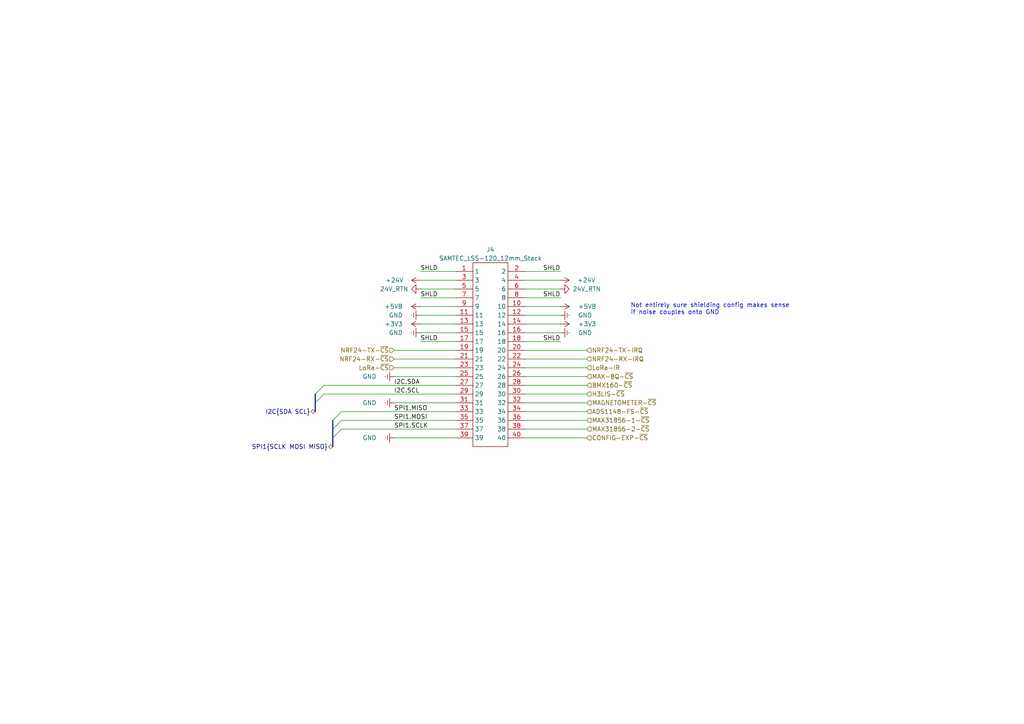
<source format=kicad_sch>
(kicad_sch (version 20230121) (generator eeschema)
  (paper "A4")
  (title_block (title "Stacking Connector") (date "2024-01-21") (rev "1.0.1"))
  (lib_symbols
    (symbol "Skyhawkson-Connectors:SAMTEC_LSS-120_12mm_Stack"
      (property "Reference" "J" (at 5.08 2.54 0))
      (property "Value" "SAMTEC_LSS-120_12mm_Stack" (at 5.08 -53.34 0))
      (symbol "SAMTEC_LSS-120_12mm_Stack_0_1"
        (rectangle (start 5.08 2.54) (end 15.24 -50.8) (stroke (width 0.1524)))
      )
      (symbol "SAMTEC_LSS-120_12mm_Stack_1_1"
        (pin passive line (at 0 0 0) (length 5.08) (name "1") (number "1"))
        (pin passive line (at 20.32 -10.16 180) (length 5.08) (name "10") (number "10"))
        (pin passive line (at 0 -12.7 0) (length 5.08) (name "11") (number "11"))
        (pin passive line (at 20.32 -12.7 180) (length 5.08) (name "12") (number "12"))
        (pin passive line (at 0 -15.24 0) (length 5.08) (name "13") (number "13"))
        (pin passive line (at 20.32 -15.24 180) (length 5.08) (name "14") (number "14"))
        (pin passive line (at 0 -17.78 0) (length 5.08) (name "15") (number "15"))
        (pin passive line (at 20.32 -17.78 180) (length 5.08) (name "16") (number "16"))
        (pin passive line (at 0 -20.32 0) (length 5.08) (name "17") (number "17"))
        (pin passive line (at 20.32 -20.32 180) (length 5.08) (name "18") (number "18"))
        (pin passive line (at 0 -22.86 0) (length 5.08) (name "19") (number "19"))
        (pin passive line (at 20.32 0 180) (length 5.08) (name "2") (number "2"))
        (pin passive line (at 20.32 -22.86 180) (length 5.08) (name "20") (number "20"))
        (pin passive line (at 0 -25.4 0) (length 5.08) (name "21") (number "21"))
        (pin passive line (at 20.32 -25.4 180) (length 5.08) (name "22") (number "22"))
        (pin passive line (at 0 -27.94 0) (length 5.08) (name "23") (number "23"))
        (pin passive line (at 20.32 -27.94 180) (length 5.08) (name "24") (number "24"))
        (pin passive line (at 0 -30.48 0) (length 5.08) (name "25") (number "25"))
        (pin passive line (at 20.32 -30.48 180) (length 5.08) (name "26") (number "26"))
        (pin passive line (at 0 -33.02 0) (length 5.08) (name "27") (number "27"))
        (pin passive line (at 20.32 -33.02 180) (length 5.08) (name "28") (number "28"))
        (pin passive line (at 0 -35.56 0) (length 5.08) (name "29") (number "29"))
        (pin passive line (at 0 -2.54 0) (length 5.08) (name "3") (number "3"))
        (pin passive line (at 20.32 -35.56 180) (length 5.08) (name "30") (number "30"))
        (pin passive line (at 0 -38.1 0) (length 5.08) (name "31") (number "31"))
        (pin passive line (at 20.32 -38.1 180) (length 5.08) (name "32") (number "32"))
        (pin passive line (at 0 -40.64 0) (length 5.08) (name "33") (number "33"))
        (pin passive line (at 20.32 -40.64 180) (length 5.08) (name "34") (number "34"))
        (pin passive line (at 0 -43.18 0) (length 5.08) (name "35") (number "35"))
        (pin passive line (at 20.32 -43.18 180) (length 5.08) (name "36") (number "36"))
        (pin passive line (at 0 -45.72 0) (length 5.08) (name "37") (number "37"))
        (pin passive line (at 20.32 -45.72 180) (length 5.08) (name "38") (number "38"))
        (pin passive line (at 0 -48.26 0) (length 5.08) (name "39") (number "39"))
        (pin passive line (at 20.32 -2.54 180) (length 5.08) (name "4") (number "4"))
        (pin passive line (at 20.32 -48.26 180) (length 5.08) (name "40") (number "40"))
        (pin passive line (at 0 -5.08 0) (length 5.08) (name "5") (number "5"))
        (pin passive line (at 20.32 -5.08 180) (length 5.08) (name "6") (number "6"))
        (pin passive line (at 0 -7.62 0) (length 5.08) (name "7") (number "7"))
        (pin passive line (at 20.32 -7.62 180) (length 5.08) (name "8") (number "8"))
        (pin passive line (at 0 -10.16 0) (length 5.08) (name "9") (number "9"))
      )
    )
    (symbol "Skyhawkson-Power Symbols:+24V" (power) (pin_names (offset 0)) (in_bom no)
      (property "Value" "+24V" (at 0 3.556 0))
      (symbol "+24V_0_1"
        (polyline (pts (xy -0.762 1.27) (xy 0 2.54)))
        (polyline (pts (xy 0 0) (xy 0 2.54)))
        (polyline (pts (xy 0 2.54) (xy 0.762 1.27)))
      )
      (symbol "+24V_1_1"
        (pin power_in line (at 0 0 90) (length 0) hide (name "+24V") (number "1"))
      )
    )
    (symbol "Skyhawkson-Power Symbols:+3V3" (power) (pin_names (offset 0)) (in_bom no)
      (property "Value" "+3V3" (at 0 3.556 0))
      (symbol "+3V3_0_1"
        (polyline (pts (xy -0.762 1.27) (xy 0 2.54)))
        (polyline (pts (xy 0 0) (xy 0 2.54)))
        (polyline (pts (xy 0 2.54) (xy 0.762 1.27)))
      )
      (symbol "+3V3_1_1"
        (pin power_in line (at 0 0 90) (length 0) hide (name "+3V3") (number "1"))
      )
    )
    (symbol "Skyhawkson-Power Symbols:+5VB" (power) (pin_names (offset 0)) (in_bom no)
      (property "Value" "+5VB" (at 0 3.556 0))
      (symbol "+5VB_0_1"
        (polyline (pts (xy -0.762 1.27) (xy 0 2.54)))
        (polyline (pts (xy 0 0) (xy 0 2.54)))
        (polyline (pts (xy 0 2.54) (xy 0.762 1.27)))
      )
      (symbol "+5VB_1_1"
        (pin power_in line (at 0 0 90) (length 0) hide (name "+5VB") (number "1"))
      )
    )
    (symbol "Skyhawkson-Power Symbols:24V_RTN" (power) (pin_names (offset 0)) (in_bom no)
      (property "Value" "24V_RTN" (at 0 -3.81 0))
      (symbol "24V_RTN_0_1"
        (polyline (pts (xy 0 0) (xy 0 -1.27) (xy 1.27 -1.27) (xy 0 -2.54) (xy -1.27 -1.27) (xy 0 -1.27)))
      )
      (symbol "24V_RTN_1_1"
        (pin power_in line (at 0 0 270) (length 0) hide (name "24V_RTN") (number "1"))
      )
    )
    (symbol "Skyhawkson-Power Symbols:GND" (power) (pin_names (offset 0)) (in_bom no)
      (property "Value" "GND" (at 0 -3.81 0))
      (symbol "GND_0_1"
        (polyline (pts (xy -0.635 -1.905) (xy 0.635 -1.905)))
        (polyline (pts (xy -0.127 -2.54) (xy 0.127 -2.54)))
        (polyline (pts (xy 0 -1.27) (xy 0 0)))
        (polyline (pts (xy 1.27 -1.27) (xy -1.27 -1.27)))
      )
      (symbol "GND_1_1"
        (pin power_in line (at 0 0 270) (length 0) hide (name "GND") (number "1"))
      )
    )
  )
  (bus_entry (at 91.44 116.84) (size 2.54 -2.54))
  (bus_entry (at 96.52 127) (size 2.54 -2.54))
  (bus_entry (at 96.52 124.46) (size 2.54 -2.54))
  (bus_entry (at 96.52 121.92) (size 2.54 -2.54))
  (bus_entry (at 91.44 114.3) (size 2.54 -2.54))
  (wire (pts (xy 121.92 81.28) (xy 132.08 81.28)))
  (wire (pts (xy 114.3 104.14) (xy 132.08 104.14)))
  (wire (pts (xy 99.06 121.92) (xy 132.08 121.92)))
  (wire (pts (xy 114.3 127) (xy 132.08 127)))
  (wire (pts (xy 152.4 86.36) (xy 162.56 86.36)))
  (wire (pts (xy 99.06 119.38) (xy 132.08 119.38)))
  (wire (pts (xy 93.98 111.76) (xy 132.08 111.76)))
  (wire (pts (xy 93.98 114.3) (xy 132.08 114.3)))
  (bus (pts (xy 91.44 116.84) (xy 91.44 114.3)))
  (wire (pts (xy 152.4 96.52) (xy 162.56 96.52)))
  (wire (pts (xy 121.92 78.74) (xy 132.08 78.74)))
  (wire (pts (xy 121.92 91.44) (xy 132.08 91.44)))
  (wire (pts (xy 152.4 109.22) (xy 170.18 109.22)))
  (wire (pts (xy 121.92 86.36) (xy 132.08 86.36)))
  (wire (pts (xy 121.92 83.82) (xy 132.08 83.82)))
  (wire (pts (xy 152.4 114.3) (xy 170.18 114.3)))
  (wire (pts (xy 152.4 127) (xy 170.18 127)))
  (wire (pts (xy 114.3 116.84) (xy 132.08 116.84)))
  (wire (pts (xy 152.4 116.84) (xy 170.18 116.84)))
  (wire (pts (xy 121.92 88.9) (xy 132.08 88.9)))
  (wire (pts (xy 121.92 96.52) (xy 132.08 96.52)))
  (wire (pts (xy 121.92 99.06) (xy 132.08 99.06)))
  (wire (pts (xy 152.4 111.76) (xy 170.18 111.76)))
  (wire (pts (xy 114.3 106.68) (xy 132.08 106.68)))
  (wire (pts (xy 121.92 93.98) (xy 132.08 93.98)))
  (wire (pts (xy 152.4 101.6) (xy 170.18 101.6)))
  (wire (pts (xy 152.4 78.74) (xy 162.56 78.74)))
  (wire (pts (xy 152.4 104.14) (xy 170.18 104.14)))
  (bus (pts (xy 96.52 129.54) (xy 96.52 127)))
  (wire (pts (xy 152.4 88.9) (xy 162.56 88.9)))
  (wire (pts (xy 152.4 91.44) (xy 162.56 91.44)))
  (wire (pts (xy 152.4 106.68) (xy 170.18 106.68)))
  (wire (pts (xy 99.06 124.46) (xy 132.08 124.46)))
  (wire (pts (xy 152.4 121.92) (xy 170.18 121.92)))
  (wire (pts (xy 152.4 93.98) (xy 162.56 93.98)))
  (wire (pts (xy 162.56 81.28) (xy 152.4 81.28)))
  (bus (pts (xy 96.52 127) (xy 96.52 124.46)))
  (bus (pts (xy 91.44 116.84) (xy 91.44 119.38)))
  (wire (pts (xy 152.4 99.06) (xy 162.56 99.06)))
  (wire (pts (xy 162.56 83.82) (xy 152.4 83.82)))
  (wire (pts (xy 152.4 119.38) (xy 170.18 119.38)))
  (wire (pts (xy 152.4 124.46) (xy 170.18 124.46)))
  (bus (pts (xy 96.52 124.46) (xy 96.52 121.92)))
  (wire (pts (xy 114.3 101.6) (xy 132.08 101.6)))
  (wire (pts (xy 114.3 109.22) (xy 132.08 109.22)))
  (text "Not entirely sure shielding config makes sense \nif noise couples onto GND" (at 182.88 91.44 0) (effects (font (size 1.27 1.27)) (justify left bottom)))
  (label "SPI1.MISO" (at 114.3 119.38 0))
  (label "SHLD" (at 157.48 86.36 0))
  (label "I2C.SDA" (at 114.3 111.76 0))
  (label "SPI1.SCLK" (at 114.3 124.46 0))
  (label "SPI1.MOSI" (at 114.3 121.92 0))
  (label "SHLD" (at 157.48 78.74 0))
  (label "I2C.SCL" (at 114.3 114.3 0))
  (label "SHLD" (at 121.92 99.06 0))
  (label "SHLD" (at 157.48 99.06 0))
  (label "SHLD" (at 121.92 78.74 0))
  (label "SHLD" (at 121.92 86.36 0))
  (hierarchical_label "I2C{SDA SCL}" (shape bidirectional) (at 91.44 119.38 180))
  (hierarchical_label "H3LIS-~{CS}" (shape input) (at 170.18 114.3 0))
  (hierarchical_label "CONFIG-EXP-~{CS}" (shape input) (at 170.18 127 0))
  (hierarchical_label "MAX31856-2-~{CS}" (shape input) (at 170.18 124.46 0))
  (hierarchical_label "LoRa-IR" (shape input) (at 170.18 106.68 0))
  (hierarchical_label "NRF24-TX-IRQ" (shape input) (at 170.18 101.6 0))
  (hierarchical_label "NRF24-RX-IRQ" (shape input) (at 170.18 104.14 0))
  (hierarchical_label "BMX160-~{CS}" (shape input) (at 170.18 111.76 0))
  (hierarchical_label "NRF24-RX-~{CS}" (shape input) (at 114.3 104.14 180))
  (hierarchical_label "ADS1148-FS-~{CS}" (shape input) (at 170.18 119.38 0))
  (hierarchical_label "MAGNETOMETER-~{CS}" (shape input) (at 170.18 116.84 0))
  (hierarchical_label "LoRa-~{CS}" (shape input) (at 114.3 106.68 180))
  (hierarchical_label "SPI1{SCLK MOSI MISO}" (shape bidirectional) (at 96.52 129.54 180))
  (hierarchical_label "NRF24-TX-~{CS}" (shape input) (at 114.3 101.6 180))
  (hierarchical_label "MAX-8Q-~{CS}" (shape input) (at 170.18 109.22 0))
  (hierarchical_label "MAX31856-1-~{CS}" (shape input) (at 170.18 121.92 0))
  (symbol (lib_id "Skyhawkson-Power Symbols:+3V3") (at 162.56 93.98 270) (unit 1) (in_bom no)
    (property "Reference" "#PWR?" (effects hide))
    (property "Value" "+3V3" (at 167.64 93.98 90) (effects (justify left)))
    (instances (project "Forerunner-Cubic-Mainboard" (path "" (reference "#PWR?") (unit 1)) (path "" (reference "#PWR084") (unit 1))))
  )
  (symbol (lib_id "Skyhawkson-Power Symbols:GND") (at 114.3 109.22 270) (unit 1) (in_bom no)
    (property "Reference" "#PWR?" (effects hide))
    (property "Value" "GND" (at 109.22 109.22 90) (effects (justify right)))
    (instances (project "Forerunner-Cubic-Mainboard" (path "" (reference "#PWR?") (unit 1)) (path "" (reference "#PWR071") (unit 1))) (project "Forerunner-KiCAD" (path "" (reference "#PWR?") (unit 1))))
  )
  (symbol (lib_id "Skyhawkson-Power Symbols:+3V3") (at 121.92 93.98 90) (unit 1) (in_bom no)
    (property "Reference" "#PWR?" (effects hide))
    (property "Value" "+3V3" (at 116.84 93.98 90) (effects (justify left)))
    (instances (project "Forerunner-Cubic-Mainboard" (path "" (reference "#PWR?") (unit 1)) (path "" (reference "#PWR078") (unit 1))))
  )
  (symbol (lib_id "Skyhawkson-Power Symbols:GND") (at 121.92 91.44 270) (unit 1) (in_bom no)
    (property "Reference" "#PWR?" (effects hide))
    (property "Value" "GND" (at 116.84 91.44 90) (effects (justify right)))
    (instances (project "Forerunner-Cubic-Mainboard" (path "" (reference "#PWR?") (unit 1)) (path "" (reference "#PWR077") (unit 1))) (project "Forerunner-KiCAD" (path "" (reference "#PWR?") (unit 1))))
  )
  (symbol (lib_id "Skyhawkson-Power Symbols:GND") (at 162.56 91.44 90) (unit 1) (in_bom no)
    (property "Reference" "#PWR?" (effects hide))
    (property "Value" "GND" (at 167.64 91.44 90) (effects (justify right)))
    (instances (project "Forerunner-Cubic-Mainboard" (path "" (reference "#PWR?") (unit 1)) (path "" (reference "#PWR083") (unit 1))) (project "Forerunner-KiCAD" (path "" (reference "#PWR?") (unit 1))))
  )
  (symbol (lib_id "Skyhawkson-Power Symbols:+24V") (at 162.56 81.28 270) (unit 1) (in_bom no)
    (property "Reference" "#PWR?" (effects hide))
    (property "Value" "+24V" (at 172.72 81.28 90) (effects (justify right)))
    (instances (project "Forerunner-Cubic-Mainboard" (path "" (reference "#PWR?") (unit 1)) (path "" (reference "#PWR080") (unit 1))))
  )
  (symbol (lib_id "Skyhawkson-Power Symbols:GND") (at 114.3 116.84 270) (unit 1) (in_bom no)
    (property "Reference" "#PWR?" (effects hide))
    (property "Value" "GND" (at 109.22 116.84 90) (effects (justify right)))
    (instances (project "Forerunner-Cubic-Mainboard" (path "" (reference "#PWR?") (unit 1)) (path "" (reference "#PWR072") (unit 1))) (project "Forerunner-KiCAD" (path "" (reference "#PWR?") (unit 1))))
  )
  (symbol (lib_id "Skyhawkson-Power Symbols:GND") (at 162.56 96.52 90) (unit 1) (in_bom no)
    (property "Reference" "#PWR?" (effects hide))
    (property "Value" "GND" (at 167.64 96.52 90) (effects (justify right)))
    (instances (project "Forerunner-Cubic-Mainboard" (path "" (reference "#PWR?") (unit 1)) (path "" (reference "#PWR085") (unit 1))) (project "Forerunner-KiCAD" (path "" (reference "#PWR?") (unit 1))))
  )
  (symbol (lib_id "Skyhawkson-Power Symbols:+24V") (at 121.92 81.28 90) (mirror x) (unit 1) (in_bom no)
    (property "Reference" "#PWR?" (effects hide))
    (property "Value" "+24V" (at 111.76 81.28 90) (effects (justify right)))
    (instances (project "Forerunner-Cubic-Mainboard" (path "" (reference "#PWR?") (unit 1)) (path "" (reference "#PWR074") (unit 1))))
  )
  (symbol (lib_id "Skyhawkson-Power Symbols:24V_RTN") (at 121.92 83.82 270) (unit 1) (in_bom no)
    (property "Reference" "#PWR?" (effects hide))
    (property "Value" "24V_RTN" (at 114.3 83.82 90))
    (instances (project "Forerunner-Cubic-Mainboard" (path "" (reference "#PWR?") (unit 1)) (path "" (reference "#PWR075") (unit 1))))
  )
  (symbol (lib_id "Skyhawkson-Power Symbols:GND") (at 114.3 127 270) (unit 1) (in_bom no)
    (property "Reference" "#PWR?" (effects hide))
    (property "Value" "GND" (at 109.22 127 90) (effects (justify right)))
    (instances (project "Forerunner-Cubic-Mainboard" (path "" (reference "#PWR?") (unit 1)) (path "" (reference "#PWR073") (unit 1))) (project "Forerunner-KiCAD" (path "" (reference "#PWR?") (unit 1))))
  )
  (symbol (lib_id "Skyhawkson-Power Symbols:+5VB") (at 121.92 88.9 90) (unit 1) (in_bom no)
    (property "Reference" "#PWR?" (effects hide))
    (property "Value" "+5VB" (at 116.84 88.9 90) (effects (justify left)))
    (instances (project "Forerunner-Cubic-Mainboard" (path "" (reference "#PWR?") (unit 1)) (path "" (reference "#PWR076") (unit 1))))
  )
  (symbol (lib_id "Skyhawkson-Connectors:SAMTEC_LSS-120_12mm_Stack") (at 132.08 78.74 0) (unit 1)
    (property "Reference" "J4" (at 142.24 72.39 0))
    (property "Value" "SAMTEC_LSS-120_12mm_Stack" (at 142.24 74.93 0))
    (property "Footprint" "Skyhawkson_Footprints:SAMTEC_LSS-120_12mm_Stack" (effects hide))
    (property "Datasheet" "https://suddendocs.samtec.com/catalog_english/lss.pdf" (effects hide))
    (property "DKPN" "SAM13204CT-ND" (effects hide))
  )
  (symbol (lib_id "Skyhawkson-Power Symbols:+5VB") (at 162.56 88.9 270) (unit 1) (in_bom no)
    (property "Reference" "#PWR?" (effects hide))
    (property "Value" "+5VB" (at 167.64 88.9 90) (effects (justify left)))
    (instances (project "Forerunner-Cubic-Mainboard" (path "" (reference "#PWR?") (unit 1)) (path "" (reference "#PWR082") (unit 1))))
  )
  (symbol (lib_id "Skyhawkson-Power Symbols:GND") (at 121.92 96.52 270) (unit 1) (in_bom no)
    (property "Reference" "#PWR?" (effects hide))
    (property "Value" "GND" (at 116.84 96.52 90) (effects (justify right)))
    (instances (project "Forerunner-Cubic-Mainboard" (path "" (reference "#PWR?") (unit 1)) (path "" (reference "#PWR079") (unit 1))) (project "Forerunner-KiCAD" (path "" (reference "#PWR?") (unit 1))))
  )
  (symbol (lib_id "Skyhawkson-Power Symbols:24V_RTN") (at 162.56 83.82 90) (mirror x) (unit 1) (in_bom no)
    (property "Reference" "#PWR?" (effects hide))
    (property "Value" "24V_RTN" (at 170.18 83.82 90))
    (instances (project "Forerunner-Cubic-Mainboard" (path "" (reference "#PWR?") (unit 1)) (path "" (reference "#PWR081") (unit 1))))
  )
)
</source>
